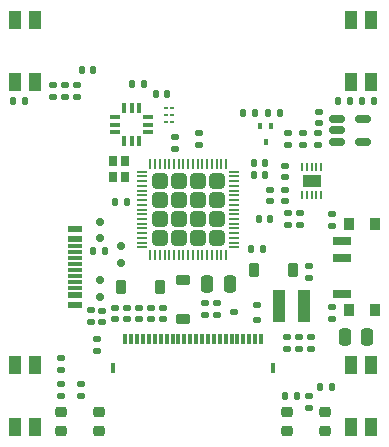
<source format=gtp>
G04 #@! TF.GenerationSoftware,KiCad,Pcbnew,8.0.2*
G04 #@! TF.CreationDate,2025-03-06T10:36:10-07:00*
G04 #@! TF.ProjectId,kicad,6b696361-642e-46b6-9963-61645f706362,4*
G04 #@! TF.SameCoordinates,Original*
G04 #@! TF.FileFunction,Paste,Top*
G04 #@! TF.FilePolarity,Positive*
%FSLAX46Y46*%
G04 Gerber Fmt 4.6, Leading zero omitted, Abs format (unit mm)*
G04 Created by KiCad (PCBNEW 8.0.2) date 2025-03-06 10:36:10*
%MOMM*%
%LPD*%
G01*
G04 APERTURE LIST*
G04 Aperture macros list*
%AMRoundRect*
0 Rectangle with rounded corners*
0 $1 Rounding radius*
0 $2 $3 $4 $5 $6 $7 $8 $9 X,Y pos of 4 corners*
0 Add a 4 corners polygon primitive as box body*
4,1,4,$2,$3,$4,$5,$6,$7,$8,$9,$2,$3,0*
0 Add four circle primitives for the rounded corners*
1,1,$1+$1,$2,$3*
1,1,$1+$1,$4,$5*
1,1,$1+$1,$6,$7*
1,1,$1+$1,$8,$9*
0 Add four rect primitives between the rounded corners*
20,1,$1+$1,$2,$3,$4,$5,0*
20,1,$1+$1,$4,$5,$6,$7,0*
20,1,$1+$1,$6,$7,$8,$9,0*
20,1,$1+$1,$8,$9,$2,$3,0*%
G04 Aperture macros list end*
%ADD10RoundRect,0.135000X0.135000X0.185000X-0.135000X0.185000X-0.135000X-0.185000X0.135000X-0.185000X0*%
%ADD11R,1.000000X1.550000*%
%ADD12R,0.990600X2.692400*%
%ADD13RoundRect,0.140000X-0.170000X0.140000X-0.170000X-0.140000X0.170000X-0.140000X0.170000X0.140000X0*%
%ADD14RoundRect,0.218750X0.256250X-0.218750X0.256250X0.218750X-0.256250X0.218750X-0.256250X-0.218750X0*%
%ADD15RoundRect,0.135000X0.185000X-0.135000X0.185000X0.135000X-0.185000X0.135000X-0.185000X-0.135000X0*%
%ADD16RoundRect,0.150000X-0.200000X0.150000X-0.200000X-0.150000X0.200000X-0.150000X0.200000X0.150000X0*%
%ADD17R,1.150000X0.600000*%
%ADD18R,1.150000X0.300000*%
%ADD19RoundRect,0.249999X0.395001X0.395001X-0.395001X0.395001X-0.395001X-0.395001X0.395001X-0.395001X0*%
%ADD20RoundRect,0.062500X0.400000X0.062500X-0.400000X0.062500X-0.400000X-0.062500X0.400000X-0.062500X0*%
%ADD21RoundRect,0.062500X0.062500X0.400000X-0.062500X0.400000X-0.062500X-0.400000X0.062500X-0.400000X0*%
%ADD22RoundRect,0.140000X0.170000X-0.140000X0.170000X0.140000X-0.170000X0.140000X-0.170000X-0.140000X0*%
%ADD23RoundRect,0.250000X-0.250000X-0.475000X0.250000X-0.475000X0.250000X0.475000X-0.250000X0.475000X0*%
%ADD24RoundRect,0.140000X-0.140000X-0.170000X0.140000X-0.170000X0.140000X0.170000X-0.140000X0.170000X0*%
%ADD25RoundRect,0.225000X0.375000X-0.225000X0.375000X0.225000X-0.375000X0.225000X-0.375000X-0.225000X0*%
%ADD26RoundRect,0.135000X-0.185000X0.135000X-0.185000X-0.135000X0.185000X-0.135000X0.185000X0.135000X0*%
%ADD27RoundRect,0.225000X0.225000X0.375000X-0.225000X0.375000X-0.225000X-0.375000X0.225000X-0.375000X0*%
%ADD28RoundRect,0.140000X0.140000X0.170000X-0.140000X0.170000X-0.140000X-0.170000X0.140000X-0.170000X0*%
%ADD29RoundRect,0.147500X-0.147500X-0.172500X0.147500X-0.172500X0.147500X0.172500X-0.147500X0.172500X0*%
%ADD30RoundRect,0.100000X0.100000X-0.155000X0.100000X0.155000X-0.100000X0.155000X-0.100000X-0.155000X0*%
%ADD31RoundRect,0.135000X-0.135000X-0.185000X0.135000X-0.185000X0.135000X0.185000X-0.135000X0.185000X0*%
%ADD32R,0.950000X0.350000*%
%ADD33R,0.350000X0.950000*%
%ADD34RoundRect,0.150000X-0.512500X-0.150000X0.512500X-0.150000X0.512500X0.150000X-0.512500X0.150000X0*%
%ADD35RoundRect,0.250000X0.250000X0.475000X-0.250000X0.475000X-0.250000X-0.475000X0.250000X-0.475000X0*%
%ADD36RoundRect,0.112500X0.237500X-0.112500X0.237500X0.112500X-0.237500X0.112500X-0.237500X-0.112500X0*%
%ADD37R,0.304800X0.254000*%
%ADD38R,0.812800X0.990600*%
%ADD39R,1.498600X0.711200*%
%ADD40R,0.203200X0.762000*%
%ADD41R,1.600200X0.990600*%
%ADD42RoundRect,0.150000X0.200000X-0.150000X0.200000X0.150000X-0.200000X0.150000X-0.200000X-0.150000X0*%
%ADD43R,0.330200X0.812800*%
%ADD44R,0.406400X0.812800*%
%ADD45R,0.750000X0.850000*%
G04 APERTURE END LIST*
D10*
X147710000Y-103000000D03*
X146690000Y-103000000D03*
D11*
X157539000Y-129628500D03*
X157539000Y-124378500D03*
X155839000Y-129628500D03*
X155839000Y-124378500D03*
D12*
X149707800Y-119400000D03*
X151892200Y-119400000D03*
D13*
X152300000Y-116000000D03*
X152300000Y-116960000D03*
D14*
X131300000Y-129912000D03*
X131300000Y-128337000D03*
D15*
X150500000Y-105770000D03*
X150500000Y-104750000D03*
D16*
X134600000Y-113650000D03*
X134600000Y-112250000D03*
D17*
X132505000Y-112872500D03*
X132505000Y-113672500D03*
D18*
X132505000Y-114822500D03*
X132505000Y-115822500D03*
X132505000Y-116322500D03*
X132505000Y-117322500D03*
D17*
X132505000Y-118472500D03*
X132505000Y-119272500D03*
X132505000Y-119272500D03*
X132505000Y-118472500D03*
D18*
X132505000Y-117822500D03*
X132505000Y-116822500D03*
X132505000Y-115322500D03*
X132505000Y-114322500D03*
D17*
X132505000Y-113672500D03*
X132505000Y-112872500D03*
D10*
X149820000Y-103000000D03*
X148800000Y-103000000D03*
D19*
X144450000Y-113600000D03*
X144450000Y-112000000D03*
X144450000Y-110400000D03*
X144450000Y-108800000D03*
X142850000Y-113600000D03*
X142850000Y-112000000D03*
X142850000Y-110400000D03*
X142850000Y-108800000D03*
X141250000Y-113600000D03*
X141250000Y-112000000D03*
X141250000Y-110400000D03*
X141250000Y-108800000D03*
X139650000Y-113600000D03*
X139650000Y-112000000D03*
X139650000Y-110400000D03*
X139650000Y-108800000D03*
D20*
X145937500Y-114400000D03*
X145937500Y-114000000D03*
X145937500Y-113600000D03*
X145937500Y-113200000D03*
X145937500Y-112800000D03*
X145937500Y-112400000D03*
X145937500Y-112000000D03*
X145937500Y-111600000D03*
X145937500Y-111200000D03*
X145937500Y-110800000D03*
X145937500Y-110400000D03*
X145937500Y-110000000D03*
X145937500Y-109600000D03*
X145937500Y-109200000D03*
X145937500Y-108800000D03*
X145937500Y-108400000D03*
X145937500Y-108000000D03*
D21*
X145250000Y-107312500D03*
X144850000Y-107312500D03*
X144450000Y-107312500D03*
X144050000Y-107312500D03*
X143650000Y-107312500D03*
X143250000Y-107312500D03*
X142850000Y-107312500D03*
X142450000Y-107312500D03*
X142050000Y-107312500D03*
X141650000Y-107312500D03*
X141250000Y-107312500D03*
X140850000Y-107312500D03*
X140450000Y-107312500D03*
X140050000Y-107312500D03*
X139650000Y-107312500D03*
X139250000Y-107312500D03*
X138850000Y-107312500D03*
D20*
X138162500Y-108000000D03*
X138162500Y-108400000D03*
X138162500Y-108800000D03*
X138162500Y-109200000D03*
X138162500Y-109600000D03*
X138162500Y-110000000D03*
X138162500Y-110400000D03*
X138162500Y-110800000D03*
X138162500Y-111200000D03*
X138162500Y-111600000D03*
X138162500Y-112000000D03*
X138162500Y-112400000D03*
X138162500Y-112800000D03*
X138162500Y-113200000D03*
X138162500Y-113600000D03*
X138162500Y-114000000D03*
X138162500Y-114400000D03*
D21*
X138850000Y-115087500D03*
X139250000Y-115087500D03*
X139650000Y-115087500D03*
X140050000Y-115087500D03*
X140450000Y-115087500D03*
X140850000Y-115087500D03*
X141250000Y-115087500D03*
X141650000Y-115087500D03*
X142050000Y-115087500D03*
X142450000Y-115087500D03*
X142850000Y-115087500D03*
X143250000Y-115087500D03*
X143650000Y-115087500D03*
X144050000Y-115087500D03*
X144450000Y-115087500D03*
X144850000Y-115087500D03*
X145250000Y-115087500D03*
D22*
X153150000Y-103880000D03*
X153150000Y-102920000D03*
D16*
X136400000Y-115700000D03*
X136400000Y-114300000D03*
D14*
X150438000Y-129912000D03*
X150438000Y-128337000D03*
D23*
X155300000Y-122000000D03*
X157200000Y-122000000D03*
D24*
X147400000Y-114500000D03*
X148360000Y-114500000D03*
D25*
X141600000Y-120450000D03*
X141600000Y-117150000D03*
D26*
X144500000Y-119090000D03*
X144500000Y-120110000D03*
X133800000Y-119690000D03*
X133800000Y-120710000D03*
D27*
X139650000Y-117730000D03*
X136350000Y-117730000D03*
D13*
X135880000Y-119520000D03*
X135880000Y-120480000D03*
D28*
X138280000Y-100600000D03*
X137320000Y-100600000D03*
D29*
X139315000Y-101400000D03*
X140285000Y-101400000D03*
D26*
X152460000Y-121960000D03*
X152460000Y-122980000D03*
D13*
X137900000Y-119520000D03*
X137900000Y-120480000D03*
D22*
X140950000Y-106060000D03*
X140950000Y-105100000D03*
D30*
X149100000Y-104155000D03*
X148100000Y-104155000D03*
X148600000Y-105445000D03*
D31*
X133990000Y-114750000D03*
X135010000Y-114750000D03*
D28*
X155730000Y-102000000D03*
X154770000Y-102000000D03*
D26*
X152250000Y-126990000D03*
X152250000Y-128010000D03*
D13*
X136880000Y-119520000D03*
X136880000Y-120480000D03*
D26*
X133000000Y-125980000D03*
X133000000Y-127000000D03*
D10*
X151260000Y-127000000D03*
X150240000Y-127000000D03*
D26*
X130600000Y-100640000D03*
X130600000Y-101660000D03*
D15*
X151750000Y-105760000D03*
X151750000Y-104740000D03*
D32*
X138650000Y-104650000D03*
X138650000Y-104000000D03*
X138650000Y-103350000D03*
D33*
X137900000Y-102600000D03*
X137250000Y-102600000D03*
X136600000Y-102600000D03*
D32*
X135850000Y-103350000D03*
X135850000Y-104000000D03*
X135850000Y-104650000D03*
D33*
X136600000Y-105400000D03*
X137250000Y-105400000D03*
X137900000Y-105400000D03*
D24*
X147620000Y-107300000D03*
X148580000Y-107300000D03*
D15*
X131250000Y-124760000D03*
X131250000Y-123740000D03*
D22*
X149000000Y-110480000D03*
X149000000Y-109520000D03*
D31*
X153240000Y-126250000D03*
X154260000Y-126250000D03*
D34*
X154612500Y-103550000D03*
X154612500Y-104500000D03*
X154612500Y-105450000D03*
X156887500Y-105450000D03*
X156887500Y-103550000D03*
D26*
X142950000Y-104740000D03*
X142950000Y-105760000D03*
X132600000Y-100640000D03*
X132600000Y-101660000D03*
D27*
X150950000Y-116300000D03*
X147650000Y-116300000D03*
D11*
X157539000Y-100407000D03*
X157539000Y-95157000D03*
X155839000Y-100407000D03*
X155839000Y-95157000D03*
D35*
X145550000Y-117500000D03*
X143650000Y-117500000D03*
D24*
X147620000Y-108250000D03*
X148580000Y-108250000D03*
D36*
X147900000Y-120550000D03*
X147900000Y-119250000D03*
X145900000Y-119900000D03*
D10*
X157760000Y-102000000D03*
X156740000Y-102000000D03*
D22*
X150400000Y-122990000D03*
X150400000Y-122030000D03*
X134750000Y-120730000D03*
X134750000Y-119770000D03*
D11*
X127401000Y-95150000D03*
X127401000Y-100400000D03*
X129101000Y-95150000D03*
X129101000Y-100400000D03*
D37*
X140200000Y-102626002D03*
X140200000Y-103213001D03*
X140200000Y-103800000D03*
X140708000Y-103800000D03*
X140708000Y-103213001D03*
X140708000Y-102626002D03*
D15*
X151500000Y-112510000D03*
X151500000Y-111490000D03*
D38*
X157850000Y-119722480D03*
X157850000Y-112422520D03*
X155650000Y-112422520D03*
X155650000Y-119722480D03*
D39*
X155040400Y-118315320D03*
X155040400Y-115330820D03*
X155040400Y-113832220D03*
D22*
X150250000Y-110500000D03*
X150250000Y-109540000D03*
D40*
X151699900Y-109981200D03*
X152099950Y-109981200D03*
X152500000Y-109981200D03*
X152900050Y-109981200D03*
X153300100Y-109981200D03*
X153300100Y-107619000D03*
X152900050Y-107619000D03*
X152500000Y-107619000D03*
X152099950Y-107619000D03*
X151699900Y-107619000D03*
D41*
X152500000Y-108800100D03*
D11*
X127399000Y-124371500D03*
X127399000Y-129621500D03*
X129099000Y-124371500D03*
X129099000Y-129621500D03*
D24*
X148020000Y-112000000D03*
X148980000Y-112000000D03*
D31*
X127240000Y-102000000D03*
X128260000Y-102000000D03*
D24*
X133040000Y-99400000D03*
X134000000Y-99400000D03*
D28*
X136850000Y-110600000D03*
X135890000Y-110600000D03*
D42*
X134600000Y-117200000D03*
X134600000Y-118600000D03*
D26*
X131250000Y-125990000D03*
X131250000Y-127010000D03*
D13*
X154200000Y-111600000D03*
X154200000Y-112560000D03*
X150500000Y-111520000D03*
X150500000Y-112480000D03*
D22*
X154200000Y-120430000D03*
X154200000Y-119470000D03*
D26*
X131600000Y-100640000D03*
X131600000Y-101660000D03*
D13*
X134300000Y-122180000D03*
X134300000Y-123140000D03*
D26*
X143500000Y-119100000D03*
X143500000Y-120120000D03*
D43*
X148219999Y-122156000D03*
X147719998Y-122156000D03*
X147219999Y-122156000D03*
X146719997Y-122156000D03*
X146219998Y-122156000D03*
X145719999Y-122156000D03*
X145219998Y-122156000D03*
X144719999Y-122156000D03*
X144219997Y-122156000D03*
X143719998Y-122156000D03*
X143219999Y-122156000D03*
X142719998Y-122156000D03*
X142219998Y-122156000D03*
X141719997Y-122156000D03*
X141219998Y-122156000D03*
X140719999Y-122156000D03*
X140219997Y-122156000D03*
X139719998Y-122156000D03*
X139219997Y-122156000D03*
X138719998Y-122156000D03*
X138219999Y-122156000D03*
X137719997Y-122156000D03*
X137219998Y-122156000D03*
X136719999Y-122156000D03*
D44*
X135720001Y-124656000D03*
X149219999Y-124656000D03*
D14*
X134500000Y-129912000D03*
X134500000Y-128337000D03*
X153638000Y-129912000D03*
X153638000Y-128337000D03*
D15*
X151460000Y-123000000D03*
X151460000Y-121980000D03*
D45*
X136725000Y-108475000D03*
X136725000Y-107125000D03*
X135675000Y-107125000D03*
X135675000Y-108475000D03*
D13*
X138900000Y-119520000D03*
X138900000Y-120480000D03*
X150250000Y-107520000D03*
X150250000Y-108480000D03*
X139900000Y-119520000D03*
X139900000Y-120480000D03*
D15*
X153000000Y-105760000D03*
X153000000Y-104740000D03*
M02*

</source>
